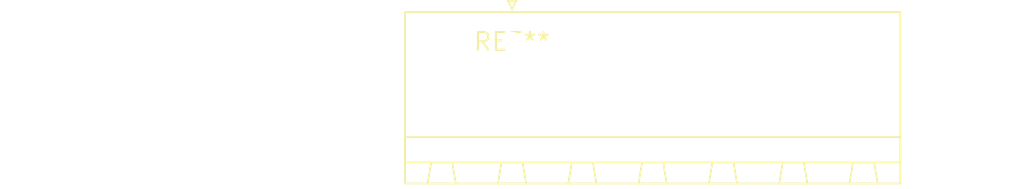
<source format=kicad_pcb>
(kicad_pcb (version 20240108) (generator pcbnew)
  (layers (0 "F.Cu" signal) (31 "B.Cu" signal) (34 "B.Paste" user) (35 "F.Paste" user) (36 "B.SilkS" user "B.Silkscreen") (37 "F.SilkS" user "F.Silkscreen") (38 "B.Mask" user) (39 "F.Mask" user) (44 "Edge.Cuts" user))
  (net 0 "")
  (footprint "PhoenixContact_MSTB_2,5_5-GF_1x05_P5.00mm_Horizontal_ThreadedFlange" (layer "F.Cu") (at 0 0)
    (property "Reference" "REF**")
    (property "Value" "PhoenixContact_MSTB_2,5_5-GF_1x05_P5.00mm_Horizontal_ThreadedFlange")
    (fp_line (start -7.61 -2.11) (end -7.61 10.11) (layer "F.SilkS") (stroke (width 0.12)))
    (fp_line (start -7.61 6.81) (end 27.61 6.81) (layer "F.SilkS") (stroke (width 0.12)))
    (fp_line (start -7.61 8.61) (end -7.61 6.81) (layer "F.SilkS") (stroke (width 0.12)))
    (fp_line (start -7.61 10.11) (end 27.61 10.11) (layer "F.SilkS") (stroke (width 0.12)))
    (fp_line (start -6 10.11) (end -4 10.11) (layer "F.SilkS") (stroke (width 0.12)))
    (fp_line (start -5.75 8.61) (end -6 10.11) (layer "F.SilkS") (stroke (width 0.12)))
    (fp_line (start -4.25 8.61) (end -5.75 8.61) (layer "F.SilkS") (stroke (width 0.12)))
    (fp_line (start -4 10.11) (end -4.25 8.61) (layer "F.SilkS") (stroke (width 0.12)))
    (fp_line (start -1 10.11) (end 1 10.11) (layer "F.SilkS") (stroke (width 0.12)))
    (fp_line (start -0.75 8.61) (end -1 10.11) (layer "F.SilkS") (stroke (width 0.12)))
    (fp_line (start -0.3 -2.91) (end 0.3 -2.91) (layer "F.SilkS") (stroke (width 0.12)))
    (fp_line (start 0 -2.31) (end -0.3 -2.91) (layer "F.SilkS") (stroke (width 0.12)))
    (fp_line (start 0.3 -2.91) (end 0 -2.31) (layer "F.SilkS") (stroke (width 0.12)))
    (fp_line (start 0.75 8.61) (end -0.75 8.61) (layer "F.SilkS") (stroke (width 0.12)))
    (fp_line (start 1 10.11) (end 0.75 8.61) (layer "F.SilkS") (stroke (width 0.12)))
    (fp_line (start 4 10.11) (end 6 10.11) (layer "F.SilkS") (stroke (width 0.12)))
    (fp_line (start 4.25 8.61) (end 4 10.11) (layer "F.SilkS") (stroke (width 0.12)))
    (fp_line (start 5.75 8.61) (end 4.25 8.61) (layer "F.SilkS") (stroke (width 0.12)))
    (fp_line (start 6 10.11) (end 5.75 8.61) (layer "F.SilkS") (stroke (width 0.12)))
    (fp_line (start 9 10.11) (end 11 10.11) (layer "F.SilkS") (stroke (width 0.12)))
    (fp_line (start 9.25 8.61) (end 9 10.11) (layer "F.SilkS") (stroke (width 0.12)))
    (fp_line (start 10.75 8.61) (end 9.25 8.61) (layer "F.SilkS") (stroke (width 0.12)))
    (fp_line (start 11 10.11) (end 10.75 8.61) (layer "F.SilkS") (stroke (width 0.12)))
    (fp_line (start 14 10.11) (end 16 10.11) (layer "F.SilkS") (stroke (width 0.12)))
    (fp_line (start 14.25 8.61) (end 14 10.11) (layer "F.SilkS") (stroke (width 0.12)))
    (fp_line (start 15.75 8.61) (end 14.25 8.61) (layer "F.SilkS") (stroke (width 0.12)))
    (fp_line (start 16 10.11) (end 15.75 8.61) (layer "F.SilkS") (stroke (width 0.12)))
    (fp_line (start 19 10.11) (end 21 10.11) (layer "F.SilkS") (stroke (width 0.12)))
    (fp_line (start 19.25 8.61) (end 19 10.11) (layer "F.SilkS") (stroke (width 0.12)))
    (fp_line (start 20.75 8.61) (end 19.25 8.61) (layer "F.SilkS") (stroke (width 0.12)))
    (fp_line (start 21 10.11) (end 20.75 8.61) (layer "F.SilkS") (stroke (width 0.12)))
    (fp_line (start 24 10.11) (end 26 10.11) (layer "F.SilkS") (stroke (width 0.12)))
    (fp_line (start 24.25 8.61) (end 24 10.11) (layer "F.SilkS") (stroke (width 0.12)))
    (fp_line (start 25.75 8.61) (end 24.25 8.61) (layer "F.SilkS") (stroke (width 0.12)))
    (fp_line (start 26 10.11) (end 25.75 8.61) (layer "F.SilkS") (stroke (width 0.12)))
    (fp_line (start 27.61 -2.11) (end -7.61 -2.11) (layer "F.SilkS") (stroke (width 0.12)))
    (fp_line (start 27.61 6.81) (end 27.61 8.61) (layer "F.SilkS") (stroke (width 0.12)))
    (fp_line (start 27.61 8.61) (end -7.61 8.61) (layer "F.SilkS") (stroke (width 0.12)))
    (fp_line (start 27.61 10.11) (end 27.61 -2.11) (layer "F.SilkS") (stroke (width 0.12)))
    (pad "1" thru_hole roundrect (at 0 0) (size 2 3.6) (drill 1.4) (layers *.Cu *.Mask) (remove_unused_layers) (roundrect_rratio 0.125))
    (pad "2" thru_hole oval (at 5 0) (size 2 3.6) (drill 1.4) (layers *.Cu *.Mask) (remove_unused_layers))
    (pad "3" thru_hole oval (at 10 0) (size 2 3.6) (drill 1.4) (layers *.Cu *.Mask) (remove_unused_layers))
    (pad "4" thru_hole oval (at 15 0) (size 2 3.6) (drill 1.4) (layers *.Cu *.Mask) (remove_unused_layers))
    (pad "5" thru_hole oval (at 20 0) (size 2 3.6) (drill 1.4) (layers *.Cu *.Mask) (remove_unused_layers))
  )
)
</source>
